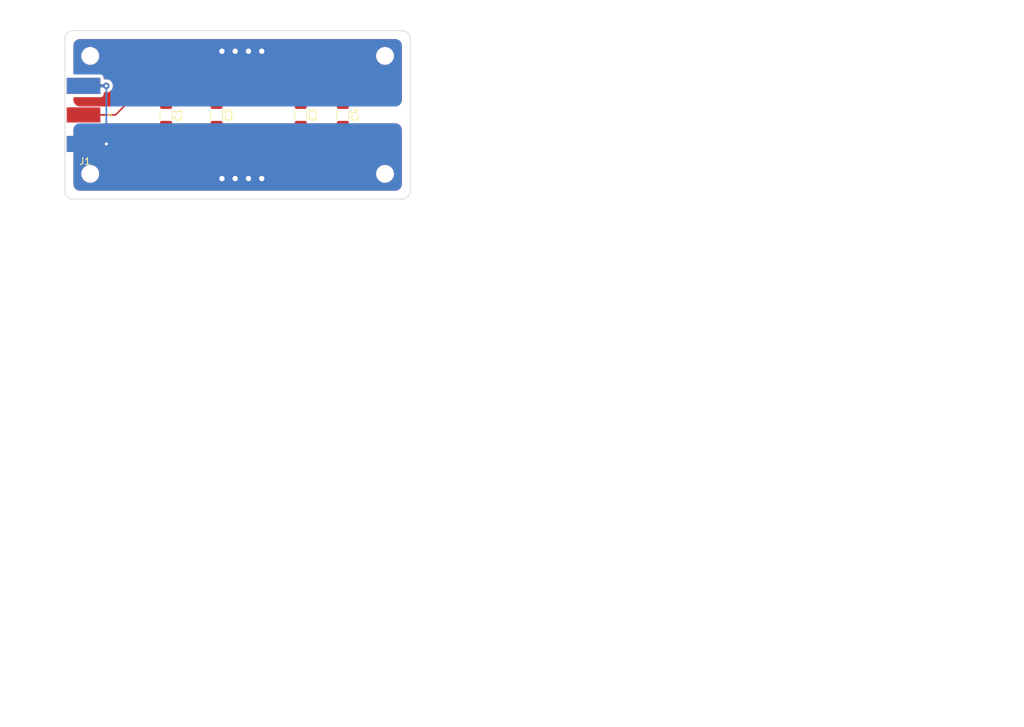
<source format=kicad_pcb>
(kicad_pcb (version 20221018) (generator pcbnew)
  (layers (0 "F.Cu" signal) (31 "B.Cu" signal) (34 "B.Paste" user) (35 "F.Paste" user) (36 "B.SilkS" user "B.Silkscreen") (37 "F.SilkS" user "F.Silkscreen") (38 "B.Mask" user) (39 "F.Mask" user) (44 "Edge.Cuts" user))
  (net 0 "")
  (net 1 "Vcc")
  (net 2 "GND")
  (footprint "Capacitor_SMD:C_1206_3216Metric" (layer "F.Cu") (at 140.97 101.6 -90)
    (fp_text reference "C1" (at 0 -1.85 90) (layer "F.SilkS"))
    (fp_text value "C_Polarized")
    (fp_line (start -0.711252 -0.91) (end 0.711252 -0.91) (stroke (width 0.12)) (layer "F.SilkS"))
    (fp_line (start -0.711252 0.91) (end 0.711252 0.91) (stroke (width 0.12)) (layer "F.SilkS"))
    (pad "1" smd roundrect (at -1.475 0 270) (size 1.15 1.8) (layers "F.Cu" "F.Paste" "F.Mask") (roundrect_rratio 0.217391) (net 1 "Vcc"))
    (pad "2" smd roundrect (at 1.475 0 270) (size 1.15 1.8) (layers "F.Cu" "F.Paste" "F.Mask") (roundrect_rratio 0.217391) (net 2 "GND"))
  )
  (footprint "Capacitor_SMD:C_1206_3216Metric" (layer "F.Cu") (at 148.59 101.6 -90)
    (fp_text reference "C2" (at 0 -1.85 90) (layer "F.SilkS"))
    (fp_text value "C")
    (fp_line (start -0.711252 -0.91) (end 0.711252 -0.91) (stroke (width 0.12)) (layer "F.SilkS"))
    (fp_line (start -0.711252 0.91) (end 0.711252 0.91) (stroke (width 0.12)) (layer "F.SilkS"))
    (pad "1" smd roundrect (at -1.475 0 270) (size 1.15 1.8) (layers "F.Cu" "F.Paste" "F.Mask") (roundrect_rratio 0.217391) (net 1 "Vcc"))
    (pad "2" smd roundrect (at 1.475 0 270) (size 1.15 1.8) (layers "F.Cu" "F.Paste" "F.Mask") (roundrect_rratio 0.217391) (net 2 "GND"))
  )
  (footprint "MountingHole:MountingHole_2.2mm_M2_ISO14580" (layer "F.Cu") (at 129.54 92.71)
    (fp_text reference "REF**" hide)
    (fp_text value "MountingHole_2.2mm_M2_ISO14580")
    (pad "" np_thru_hole circle (at 0 0) (size 2.2 2.2) (drill 2.2) (layers "*.Cu" "*.Mask"))
  )
  (footprint "Capacitor_SMD:C_1206_3216Metric" (layer "F.Cu") (at 167.64 101.6 -90)
    (fp_text reference "C4" (at 0 -1.85 90) (layer "F.SilkS"))
    (fp_text value "C")
    (fp_line (start -0.711252 -0.91) (end 0.711252 -0.91) (stroke (width 0.12)) (layer "F.SilkS"))
    (fp_line (start -0.711252 0.91) (end 0.711252 0.91) (stroke (width 0.12)) (layer "F.SilkS"))
    (pad "1" smd roundrect (at -1.475 0 270) (size 1.15 1.8) (layers "F.Cu" "F.Paste" "F.Mask") (roundrect_rratio 0.217391) (net 1 "Vcc"))
    (pad "2" smd roundrect (at 1.475 0 270) (size 1.15 1.8) (layers "F.Cu" "F.Paste" "F.Mask") (roundrect_rratio 0.217391) (net 2 "GND"))
  )
  (footprint "Connector_Coaxial:SMA_Molex_73251-1153_EdgeMount_Horizontal" (layer "F.Cu") (at 130.25 101.6)
    (fp_text reference "J1" (at -1.5 7) (layer "F.SilkS"))
    (fp_text value "Conn_Coaxial")
    (fp_line (start 2 0) (end 2.5 -0.25) (stroke (width 0.12)) (layer "F.SilkS"))
    (fp_line (start 2.5 -0.25) (end 2.5 0.25) (stroke (width 0.12)) (layer "F.SilkS"))
    (fp_line (start 2.5 0.25) (end 2 0) (stroke (width 0.12)) (layer "F.SilkS"))
    (pad "1" smd rect (at -1.72 0) (size 5.08 2.29) (layers "F.Cu" "F.Paste" "F.Mask") (net 1 "Vcc"))
    (pad "2" smd rect (at -1.72 -4.38) (size 5.08 2.42) (layers "F.Cu" "F.Paste" "F.Mask") (net 2 "GND"))
    (pad "2" smd rect (at -1.72 -4.38) (size 5.08 2.42) (layers "B.Cu" "B.Paste" "B.Mask") (net 2 "GND"))
    (pad "2" smd rect (at -1.72 4.38) (size 5.08 2.42) (layers "F.Cu" "F.Paste" "F.Mask") (net 2 "GND"))
    (pad "2" smd rect (at -1.72 4.38) (size 5.08 2.42) (layers "B.Cu" "B.Paste" "B.Mask") (net 2 "GND"))
    (pad "2" smd rect (at 1.27 -4.38) (size 0.95 0.46) (layers "F.Cu") (net 2 "GND"))
    (pad "2" smd rect (at 1.27 -4.38) (size 0.95 0.46) (layers "B.Cu") (net 2 "GND"))
    (pad "2" smd rect (at 1.27 4.38) (size 0.95 0.46) (layers "F.Cu") (net 2 "GND"))
    (pad "2" smd rect (at 1.27 4.38) (size 0.95 0.46) (layers "B.Cu") (net 2 "GND"))
    (pad "2" thru_hole circle (at 1.72 -4.38) (size 0.97 0.97) (drill 0.46) (layers "*.Cu") (net 2 "GND"))
    (pad "2" thru_hole circle (at 1.72 4.38) (size 0.97 0.97) (drill 0.46) (layers "*.Cu") (net 2 "GND"))
  )
  (footprint "MountingHole:MountingHole_2.2mm_M2_ISO14580" (layer "F.Cu") (at 173.99 92.71)
    (fp_text reference "REF**" hide)
    (fp_text value "MountingHole_2.2mm_M2_ISO14580")
    (pad "" np_thru_hole circle (at 0 0) (size 2.2 2.2) (drill 2.2) (layers "*.Cu" "*.Mask"))
  )
  (footprint "Capacitor_SMD:C_1206_3216Metric" (layer "F.Cu") (at 161.29 101.6 -90)
    (fp_text reference "C3" (at 0 -1.85 90) (layer "F.SilkS"))
    (fp_text value "C_Polarized")
    (fp_line (start -0.711252 -0.91) (end 0.711252 -0.91) (stroke (width 0.12)) (layer "F.SilkS"))
    (fp_line (start -0.711252 0.91) (end 0.711252 0.91) (stroke (width 0.12)) (layer "F.SilkS"))
    (pad "1" smd roundrect (at -1.475 0 270) (size 1.15 1.8) (layers "F.Cu" "F.Paste" "F.Mask") (roundrect_rratio 0.217391) (net 1 "Vcc"))
    (pad "2" smd roundrect (at 1.475 0 270) (size 1.15 1.8) (layers "F.Cu" "F.Paste" "F.Mask") (roundrect_rratio 0.217391) (net 2 "GND"))
  )
  (footprint "Connector_PinHeader_2.00mm:PinHeader_1x04_P2.00mm_Horizontal" (layer "F.Cu") (at 149.4 92 90)
    (fp_text reference "REF**" hide)
    (fp_text value "PinHeader_1x04_P2.00mm_Horizontal" hide)
    (pad "1" thru_hole rect (at 0 0 90) (size 1.35 1.35) (drill 0.8) (layers "*.Cu" "*.Mask") (net 1 "Vcc"))
    (pad "2" thru_hole oval (at 0 2 90) (size 1.35 1.35) (drill 0.8) (layers "*.Cu" "*.Mask") (net 1 "Vcc"))
    (pad "3" thru_hole oval (at 0 4 90) (size 1.35 1.35) (drill 0.8) (layers "*.Cu" "*.Mask") (net 1 "Vcc"))
    (pad "4" thru_hole oval (at 0 6 90) (size 1.35 1.35) (drill 0.8) (layers "*.Cu" "*.Mask") (net 1 "Vcc"))
  )
  (footprint "MountingHole:MountingHole_2.2mm_M2_ISO14580" (layer "F.Cu") (at 129.54 110.49)
    (fp_text reference "REF**" hide)
    (fp_text value "MountingHole_2.2mm_M2_ISO14580")
    (pad "" np_thru_hole circle (at 0 0) (size 2.2 2.2) (drill 2.2) (layers "*.Cu" "*.Mask"))
  )
  (footprint "MountingHole:MountingHole_2.2mm_M2_ISO14580" (layer "F.Cu") (at 173.99 110.49)
    (fp_text reference "REF**" hide)
    (fp_text value "MountingHole_2.2mm_M2_ISO14580")
    (pad "" np_thru_hole circle (at 0 0) (size 2.2 2.2) (drill 2.2) (layers "*.Cu" "*.Mask"))
  )
  (footprint "Connector_PinHeader_2.00mm:PinHeader_1x04_P2.00mm_Horizontal" (layer "F.Cu") (at 155.4 111.2 -90)
    (fp_text reference "REF**" hide)
    (fp_text value "PinHeader_1x04_P2.00mm_Horizontal" hide)
    (pad "1" thru_hole rect (at 0 0 270) (size 1.35 1.35) (drill 0.8) (layers "*.Cu" "*.Mask") (net 2 "GND"))
    (pad "2" thru_hole oval (at 0 2 270) (size 1.35 1.35) (drill 0.8) (layers "*.Cu" "*.Mask") (net 2 "GND"))
    (pad "3" thru_hole oval (at 0 4 270) (size 1.35 1.35) (drill 0.8) (layers "*.Cu" "*.Mask") (net 2 "GND"))
    (pad "4" thru_hole oval (at 0 6 270) (size 1.35 1.35) (drill 0.8) (layers "*.Cu" "*.Mask") (net 2 "GND"))
  )
  (gr_line (start 177.8 90.17) (end 177.8 113.03) (stroke (width 0.1)) (layer "Edge.Cuts"))
  (gr_arc (start 125.73 90.17) (mid 126.101974 89.271974) (end 127 88.9) (stroke (width 0.1)) (layer "Edge.Cuts"))
  (gr_line (start 125.73 113.03) (end 125.73 90.17) (stroke (width 0.1)) (layer "Edge.Cuts"))
  (gr_line (start 176.53 114.3) (end 127 114.3) (stroke (width 0.1)) (layer "Edge.Cuts"))
  (gr_arc (start 177.8 113.03) (mid 177.428026 113.928026) (end 176.53 114.3) (stroke (width 0.1)) (layer "Edge.Cuts"))
  (gr_arc (start 176.53 88.9) (mid 177.428026 89.271974) (end 177.8 90.17) (stroke (width 0.1)) (layer "Edge.Cuts"))
  (gr_line (start 127 88.9) (end 176.53 88.9) (stroke (width 0.1)) (layer "Edge.Cuts"))
  (gr_arc (start 127 114.3) (mid 126.101974 113.928026) (end 125.73 113.03) (stroke (width 0.1)) (layer "Edge.Cuts"))
  (segment (start 134.825 100.125) (end 133.35 101.6) (width 0.25) (layer "F.Cu") (net 1))
  (segment (start 140.97 100.125) (end 148.59 100.125) (width 0.25) (layer "F.Cu") (net 1))
  (segment (start 161.29 100.125) (end 167.64 100.125) (width 0.25) (layer "F.Cu") (net 1))
  (segment (start 133.35 101.6) (end 128.53 101.6) (width 0.25) (layer "F.Cu") (net 1))
  (segment (start 148.59 100.125) (end 161.29 100.125) (width 0.25) (layer "F.Cu") (net 1))
  (segment (start 140.97 100.125) (end 134.825 100.125) (width 0.25) (layer "F.Cu") (net 1))
  (segment (start 161.29 103.075) (end 167.64 103.075) (width 0.25) (layer "F.Cu") (net 2))
  (segment (start 148.59 103.075) (end 161.29 103.075) (width 0.25) (layer "F.Cu") (net 2))
  (segment (start 134.875 103.075) (end 131.97 105.98) (width 0.25) (layer "F.Cu") (net 2))
  (segment (start 140.97 103.075) (end 134.875 103.075) (width 0.25) (layer "F.Cu") (net 2))
  (segment (start 140.97 103.075) (end 148.59 103.075) (width 0.25) (layer "F.Cu") (net 2))
  (segment (start 131.97 105.98) (end 131.97 97.22) (width 0.25) (layer "B.Cu") (net 2))
  (zone (net 2) (net_name "GND") (layers "F&B.Cu") (priority 1) (connect_pads yes (clearance 0.5)) (min_thickness 0.25) (fill yes (thermal_gap 0.5) (thermal_bridge_width 0.5) (smoothing fillet) (radius 1))
    (polygon (pts (xy 127 102.87) (xy 127 113.03) (xy 176.53 113.03) (xy 176.53 102.87)))
  )
  (zone (net 1) (net_name "Vcc") (layers "F&B.Cu") (connect_pads yes (clearance 0.5)) (min_thickness 0.25) (fill yes (thermal_gap 0.5) (thermal_bridge_width 0.5) (smoothing fillet) (radius 1))
    (polygon (pts (xy 127 100.33) (xy 127 90.17) (xy 176.53 90.17) (xy 176.53 100.33)))
  )
)
</source>
